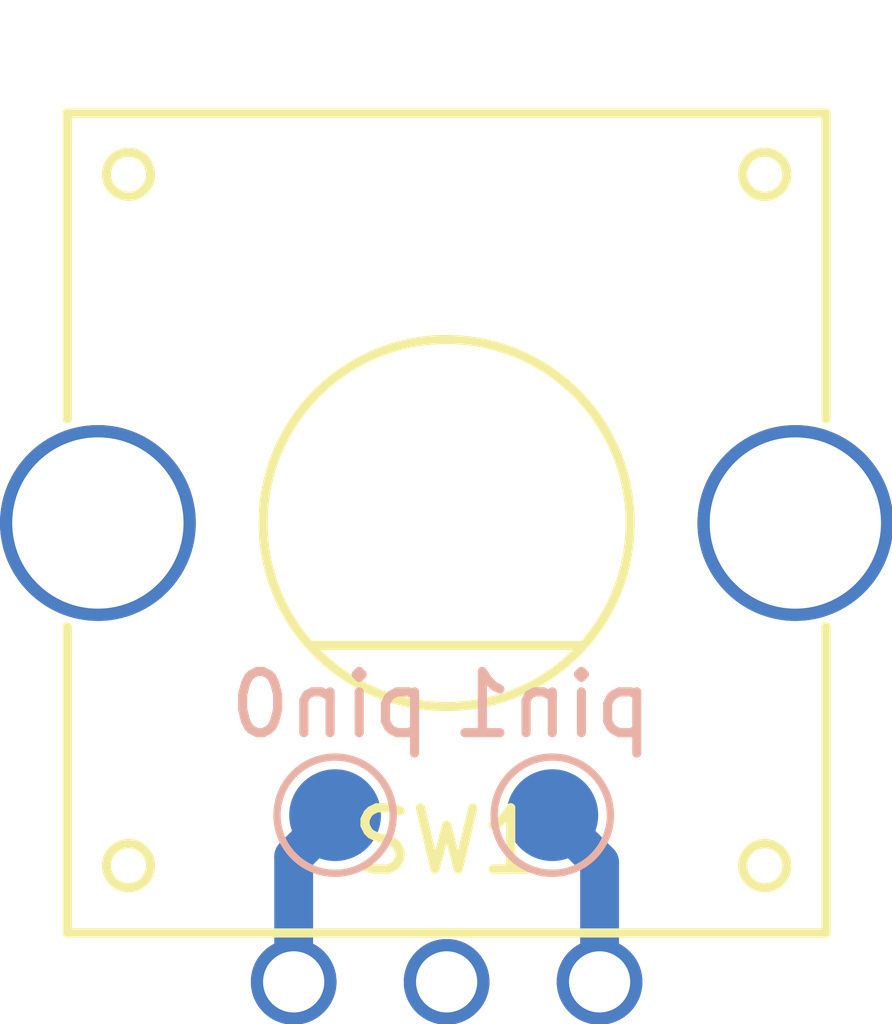
<source format=kicad_pcb>
(kicad_pcb (version 20211014) (generator pcbnew)
  (layers (0 "F.Cu" signal) (31 "B.Cu" signal) (34 "B.Paste" user) (35 "F.Paste" user) (36 "B.SilkS" user "B.Silkscreen") (37 "F.SilkS" user "F.Silkscreen") (38 "B.Mask" user) (39 "F.Mask" user) (44 "Edge.Cuts" user))
  (net 0 "")
  (net 1 "+3V3")
  (net 2 "Pin1")
  (net 3 "Pin0")
  (footprint "local:PEC11R-4220F-N0024" (layer "F.Cu") (at 0 0)
    (fp_text reference "SW1" (at 0 5.2 unlocked) (layer "F.SilkS"))
    (fp_text value "RotaryEncoder")
    (fp_line (start 6.2 6.7) (end 6.2 1.7) (layer "F.SilkS") (width 0.15))
    (fp_line (start -6.2 -6.7) (end -6.2 -1.7) (layer "F.SilkS") (width 0.15))
    (fp_line (start -6.2 6.7) (end -6.2 1.7) (layer "F.SilkS") (width 0.15))
    (fp_line (start -2.2 2) (end 2.2 2) (layer "F.SilkS") (width 0.15))
    (fp_line (start 6.2 -6.7) (end 6.2 -1.7) (layer "F.SilkS") (width 0.15))
    (fp_line (start -6.2 -6.7) (end 6.2 -6.7) (layer "F.SilkS") (width 0.15))
    (fp_line (start -6.2 6.7) (end 6.2 6.7) (layer "F.SilkS") (width 0.15))
    (fp_circle (center 5.2 -5.7) (end 5.560555 -5.7) (layer "F.SilkS") (width 0.15) (fill none))
    (fp_circle (center 0 0) (end 3 0) (layer "F.SilkS") (width 0.15) (fill none))
    (fp_circle (center -5.2 -5.7) (end -5 -5.4) (layer "F.SilkS") (width 0.15) (fill none))
    (fp_circle (center -5.2 5.6) (end -5 5.9) (layer "F.SilkS") (width 0.15) (fill none))
    (fp_circle (center 5.2 5.6) (end 5.560555 5.6) (layer "F.SilkS") (width 0.15) (fill none))
    (pad "" thru_hole circle locked (at -5.7 0) (size 3.2 3.2) (drill 2.8) (layers *.Cu *.Mask))
    (pad "" thru_hole circle locked (at 5.7 0) (size 3.2 3.2) (drill 2.8) (layers *.Cu *.Mask))
    (pad "A" thru_hole circle locked (at -2.5 7.5) (size 1.4 1.4) (drill 1) (layers *.Cu *.Mask) (net 3 "Pin0"))
    (pad "B" thru_hole circle locked (at 2.5 7.5) (size 1.4 1.4) (drill 1) (layers *.Cu *.Mask) (net 2 "Pin1"))
    (pad "C" thru_hole circle locked (at 0 7.5) (size 1.4 1.4) (drill 1) (layers *.Cu *.Mask) (net 1 "+3V3"))
  )
  (footprint "TestPoint:TestPoint_Pad_D1.5mm" (layer "B.Cu") (at -1.8228 4.7752 180)
    (fp_text reference "TP1" hide)
    (fp_text value "TestPoint")
    (fp_circle (center 0 0) (end 0 -0.95) (layer "B.SilkS") (width 0.12) (fill none))
    (pad "1" smd circle (at 0 0 180) (size 1.5 1.5) (layers "B.Cu" "B.Mask") (net 3 "Pin0"))
  )
  (footprint "TestPoint:TestPoint_Pad_D1.5mm" (layer "B.Cu") (at 1.7272 4.7752 180)
    (fp_text reference "TP2" hide)
    (fp_text value "TestPoint")
    (fp_circle (center 0 0) (end 0 -0.95) (layer "B.SilkS") (width 0.12) (fill none))
    (pad "1" smd circle (at 0 0 180) (size 1.5 1.5) (layers "B.Cu" "B.Mask") (net 2 "Pin1"))
  )
  (gr_text "pin1" (at 1.7272 2.9718) (layer "B.SilkS") (effects (font (size 1 1)) (justify mirror)))
  (gr_text "pin0" (at -1.905 2.9718) (layer "B.SilkS") (effects (font (size 1 1)) (justify mirror)))
  (segment (start 2.5 5.548) (end 1.7272 4.7752) (width 0.635) (layer "B.Cu") (net 2))
  (segment (start 2.5 7.5) (end 2.5 5.548) (width 0.635) (layer "B.Cu") (net 2))
  (segment (start -2.5 7.5) (end -2.5 5.4524) (width 0.635) (layer "B.Cu") (net 3))
  (segment (start -2.5 5.4524) (end -1.8228 4.7752) (width 0.635) (layer "B.Cu") (net 3))
)
</source>
